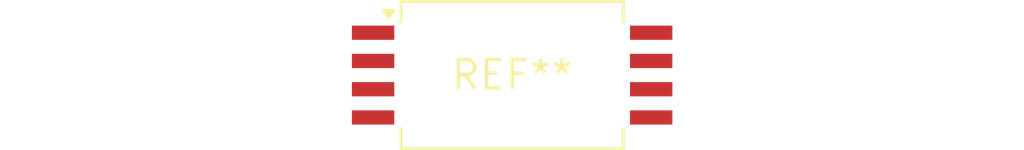
<source format=kicad_pcb>
(kicad_pcb (version 20240108) (generator pcbnew)
  (layers (0 "F.Cu" signal) (31 "B.Cu" signal) (34 "B.Paste" user) (35 "F.Paste" user) (36 "B.SilkS" user "B.Silkscreen") (37 "F.SilkS" user "F.Silkscreen") (38 "B.Mask" user) (39 "F.Mask" user) (44 "Edge.Cuts" user))
  (net 0 "")
  (footprint "SSO-8_9.6x6.3mm_P1.27mm_Clearance10.5mm" (layer "F.Cu") (at 0 0)
    (property "Reference" "REF**")
    (property "Value" "SSO-8_9.6x6.3mm_P1.27mm_Clearance10.5mm")
    (fp_line (start -5 -3.3) (end 5 -3.3) (layer "F.SilkS") (stroke (width 0.12)))
    (fp_line (start -5 -2.4) (end -5 -3.3) (layer "F.SilkS") (stroke (width 0.12)))
    (fp_line (start -5 3.3) (end -5 2.4) (layer "F.SilkS") (stroke (width 0.12)))
    (fp_line (start 5 -3.3) (end 5 -2.4) (layer "F.SilkS") (stroke (width 0.12)))
    (fp_line (start 5 2.4) (end 5 3.3) (layer "F.SilkS") (stroke (width 0.12)))
    (fp_line (start 5 3.3) (end -5 3.3) (layer "F.SilkS") (stroke (width 0.12)))
    (fp_poly (pts (xy -5.55 -2.575) (xy -5.79 -2.905) (xy -5.31 -2.905) (xy -5.55 -2.575)) (layer "F.SilkS") (stroke (width 0.12)) (fill solid))
    (pad "1" smd rect (at -6.25 -1.905) (size 1.905 0.64) (layers "F.Cu" "F.Paste" "F.Mask"))
    (pad "2" smd rect (at -6.25 -0.635) (size 1.905 0.64) (layers "F.Cu" "F.Paste" "F.Mask"))
    (pad "3" smd rect (at -6.25 0.635) (size 1.905 0.64) (layers "F.Cu" "F.Paste" "F.Mask"))
    (pad "4" smd rect (at -6.25 1.905) (size 1.905 0.64) (layers "F.Cu" "F.Paste" "F.Mask"))
    (pad "5" smd rect (at 6.25 1.905) (size 1.905 0.64) (layers "F.Cu" "F.Paste" "F.Mask"))
    (pad "6" smd rect (at 6.25 0.635) (size 1.905 0.64) (layers "F.Cu" "F.Paste" "F.Mask"))
    (pad "7" smd rect (at 6.25 -0.635) (size 1.905 0.64) (layers "F.Cu" "F.Paste" "F.Mask"))
    (pad "8" smd rect (at 6.25 -1.905) (size 1.905 0.64) (layers "F.Cu" "F.Paste" "F.Mask"))
  )
)
</source>
